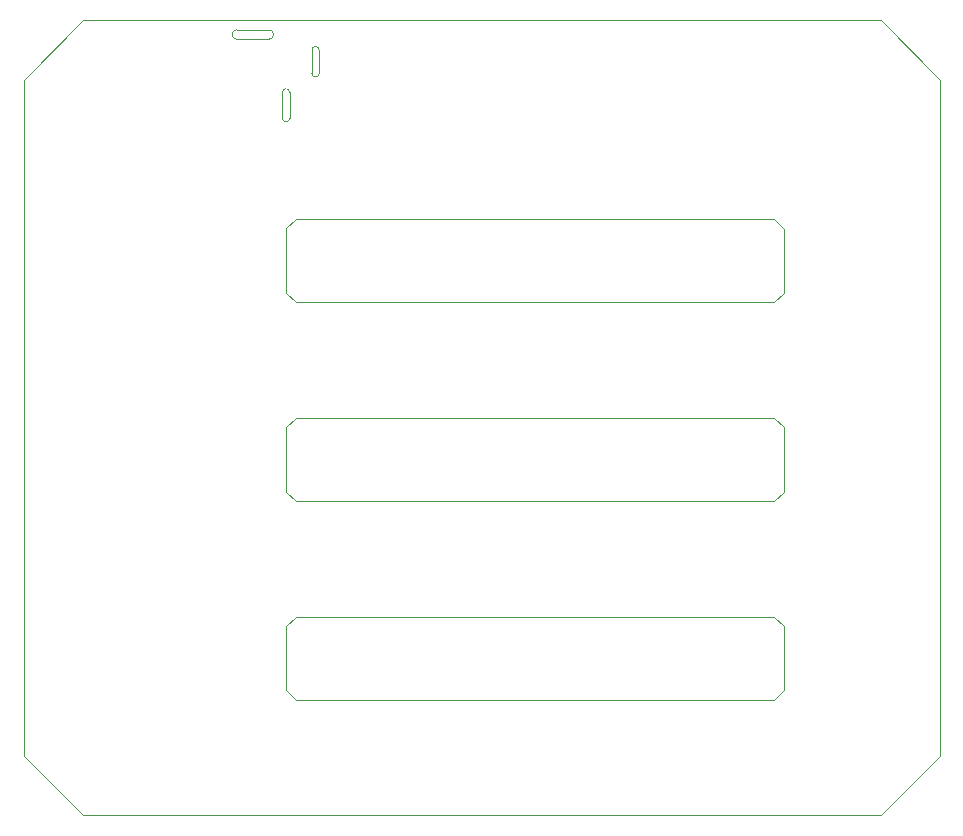
<source format=gm1>
%TF.GenerationSoftware,KiCad,Pcbnew,7.0.9*%
%TF.CreationDate,2025-01-01T13:08:25+08:00*%
%TF.ProjectId,ver0.1-rounded,76657230-2e31-42d7-926f-756e6465642e,rev?*%
%TF.SameCoordinates,Original*%
%TF.FileFunction,Profile,NP*%
%FSLAX46Y46*%
G04 Gerber Fmt 4.6, Leading zero omitted, Abs format (unit mm)*
G04 Created by KiCad (PCBNEW 7.0.9) date 2025-01-01 13:08:25*
%MOMM*%
%LPD*%
G01*
G04 APERTURE LIST*
%TA.AperFunction,Profile*%
%ADD10C,0.100000*%
%TD*%
%TA.AperFunction,Profile*%
%ADD11C,0.010000*%
%TD*%
G04 APERTURE END LIST*
D10*
X129567720Y-119043025D02*
X130367720Y-118277340D01*
X130365799Y-125298900D02*
X170882720Y-125298900D01*
X171682720Y-124505900D02*
X171684640Y-119077340D01*
X129565799Y-107675900D02*
X129567720Y-102213025D01*
X170882720Y-108468900D02*
X171682720Y-107668900D01*
X129565799Y-124505900D02*
X129567720Y-119043025D01*
X170884640Y-118277340D02*
X171684640Y-119077340D01*
X171682720Y-90845900D02*
X171684640Y-85417340D01*
X129565799Y-90845900D02*
X129567720Y-85383025D01*
X107308320Y-130100340D02*
X112308320Y-135100340D01*
X170884640Y-118277340D02*
X130367720Y-118277340D01*
X170884640Y-101447340D02*
X171684640Y-102247340D01*
X170884640Y-101447340D02*
X130367720Y-101447340D01*
X171682720Y-107675900D02*
X171684640Y-102247340D01*
X179909220Y-135100340D02*
X112308320Y-135100340D01*
X170884640Y-84617340D02*
X130367720Y-84617340D01*
X170882720Y-91638900D02*
X171682720Y-90838900D01*
X170882720Y-125298900D02*
X171682720Y-124498900D01*
X130365799Y-108475900D02*
X129565799Y-107675900D01*
X112309900Y-67787720D02*
X107309900Y-72787720D01*
X179909220Y-135100340D02*
X184909220Y-130100340D01*
X130365799Y-91638900D02*
X170882720Y-91638900D01*
X184910800Y-72787720D02*
X184909220Y-130100340D01*
X129567720Y-102213025D02*
X130367720Y-101447340D01*
X107308320Y-130100340D02*
X107309900Y-72787720D01*
X130365799Y-91645900D02*
X129565799Y-90845900D01*
X130365799Y-125298900D02*
X129565799Y-124505900D01*
X112309900Y-67787720D02*
X179910800Y-67787720D01*
X184910800Y-72787720D02*
X179910800Y-67787720D01*
X130365799Y-108468900D02*
X170882720Y-108468900D01*
X129567720Y-85383025D02*
X130367720Y-84617340D01*
X170884640Y-84617340D02*
X171684640Y-85417340D01*
D11*
%TO.C,J3*%
X129228220Y-76073820D02*
G75*
G03*
X129828220Y-76073820I300000J0D01*
G01*
X129828220Y-73873820D02*
G75*
G03*
X129228220Y-73873820I-300000J0D01*
G01*
X131728220Y-72273820D02*
G75*
G03*
X132328220Y-72273820I300000J0D01*
G01*
X132328220Y-70273820D02*
G75*
G03*
X131728220Y-70273820I-300000J0D01*
G01*
X125378220Y-68573820D02*
G75*
G03*
X125378220Y-69373820I0J-400000D01*
G01*
X128078220Y-69373820D02*
G75*
G03*
X128078220Y-68573820I0J400000D01*
G01*
X129828220Y-76073820D02*
X129828220Y-73873820D01*
X129228220Y-73873820D02*
X129228220Y-76073820D01*
X132328220Y-72273820D02*
X132328220Y-70273820D01*
X131728220Y-70273820D02*
X131728220Y-72273820D01*
X125378220Y-69373820D02*
X128078220Y-69373820D01*
X128078220Y-68573820D02*
X125378220Y-68573820D01*
%TD*%
M02*

</source>
